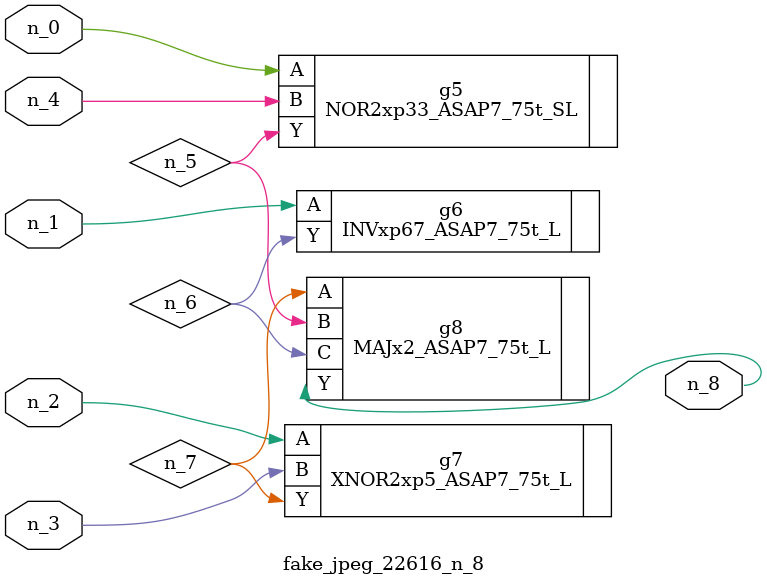
<source format=v>
module fake_jpeg_22616_n_8 (n_3, n_2, n_1, n_0, n_4, n_8);

input n_3;
input n_2;
input n_1;
input n_0;
input n_4;

output n_8;

wire n_6;
wire n_5;
wire n_7;

NOR2xp33_ASAP7_75t_SL g5 ( 
.A(n_0),
.B(n_4),
.Y(n_5)
);

INVxp67_ASAP7_75t_L g6 ( 
.A(n_1),
.Y(n_6)
);

XNOR2xp5_ASAP7_75t_L g7 ( 
.A(n_2),
.B(n_3),
.Y(n_7)
);

MAJx2_ASAP7_75t_L g8 ( 
.A(n_7),
.B(n_5),
.C(n_6),
.Y(n_8)
);


endmodule
</source>
